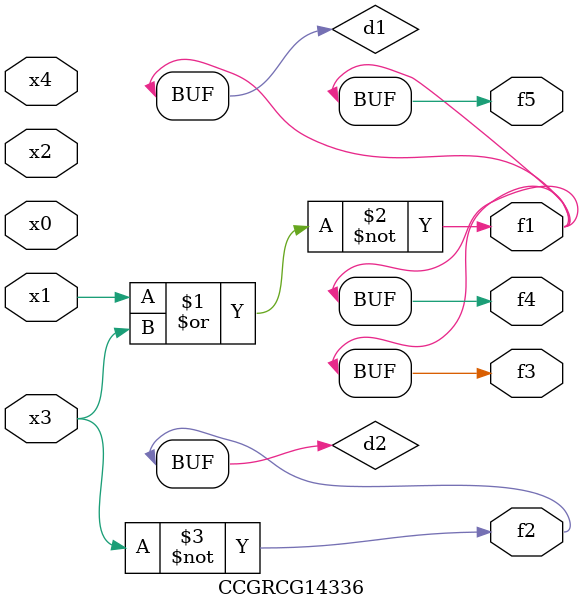
<source format=v>
module CCGRCG14336(
	input x0, x1, x2, x3, x4,
	output f1, f2, f3, f4, f5
);

	wire d1, d2;

	nor (d1, x1, x3);
	not (d2, x3);
	assign f1 = d1;
	assign f2 = d2;
	assign f3 = d1;
	assign f4 = d1;
	assign f5 = d1;
endmodule

</source>
